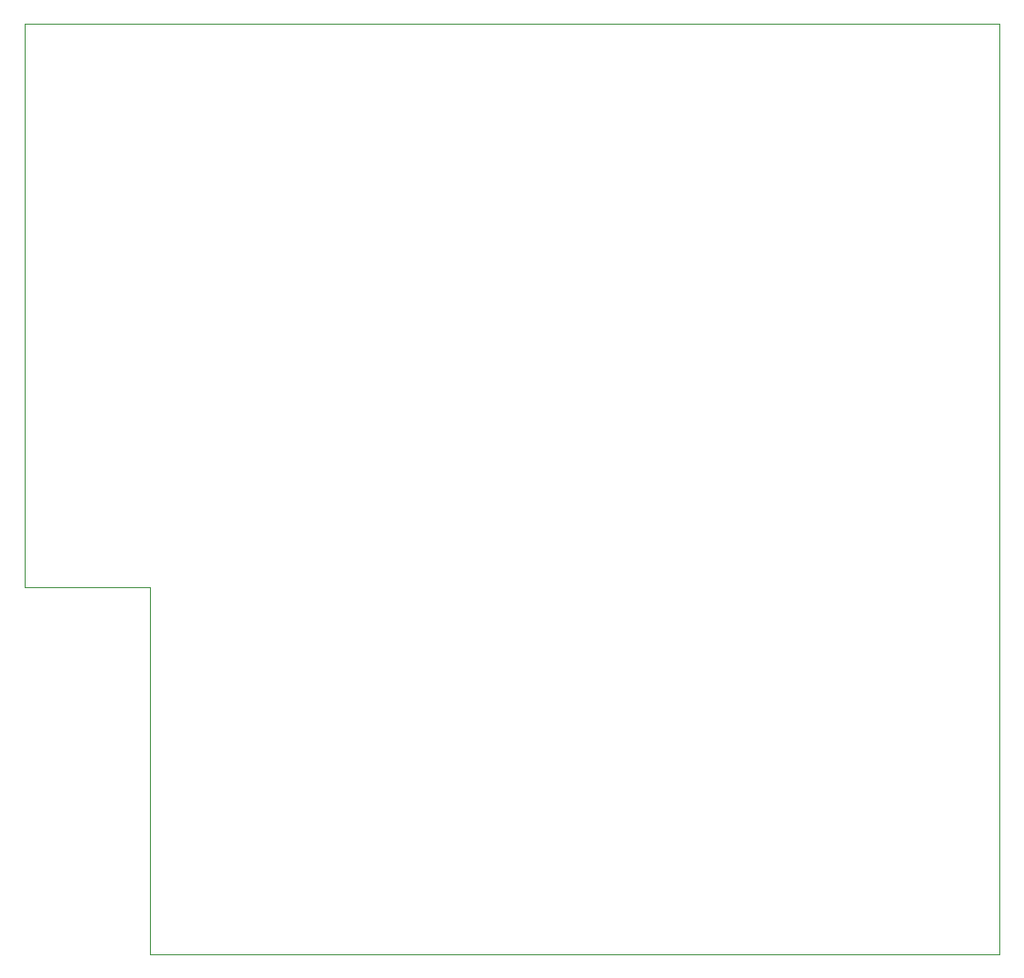
<source format=gm1>
G04 #@! TF.GenerationSoftware,KiCad,Pcbnew,(5.1.9)-1*
G04 #@! TF.CreationDate,2023-05-10T16:32:58+01:00*
G04 #@! TF.ProjectId,AT65C02_HEX_rev003,41543635-4330-4325-9f48-45585f726576,Rev003*
G04 #@! TF.SameCoordinates,Original*
G04 #@! TF.FileFunction,Profile,NP*
%FSLAX46Y46*%
G04 Gerber Fmt 4.6, Leading zero omitted, Abs format (unit mm)*
G04 Created by KiCad (PCBNEW (5.1.9)-1) date 2023-05-10 16:32:58*
%MOMM*%
%LPD*%
G01*
G04 APERTURE LIST*
G04 #@! TA.AperFunction,Profile*
%ADD10C,0.050000*%
G04 #@! TD*
G04 APERTURE END LIST*
D10*
X134870000Y-87190000D02*
X146060000Y-87190000D01*
X134870000Y-36890000D02*
X134870000Y-87190000D01*
X221800000Y-89250000D02*
X221800000Y-119990000D01*
X146060000Y-119990000D02*
X146060000Y-87190000D01*
X221800000Y-36890000D02*
X221800000Y-89250000D01*
X146060000Y-119990000D02*
X221800000Y-119990000D01*
X134870000Y-36890000D02*
X221800000Y-36890000D01*
M02*

</source>
